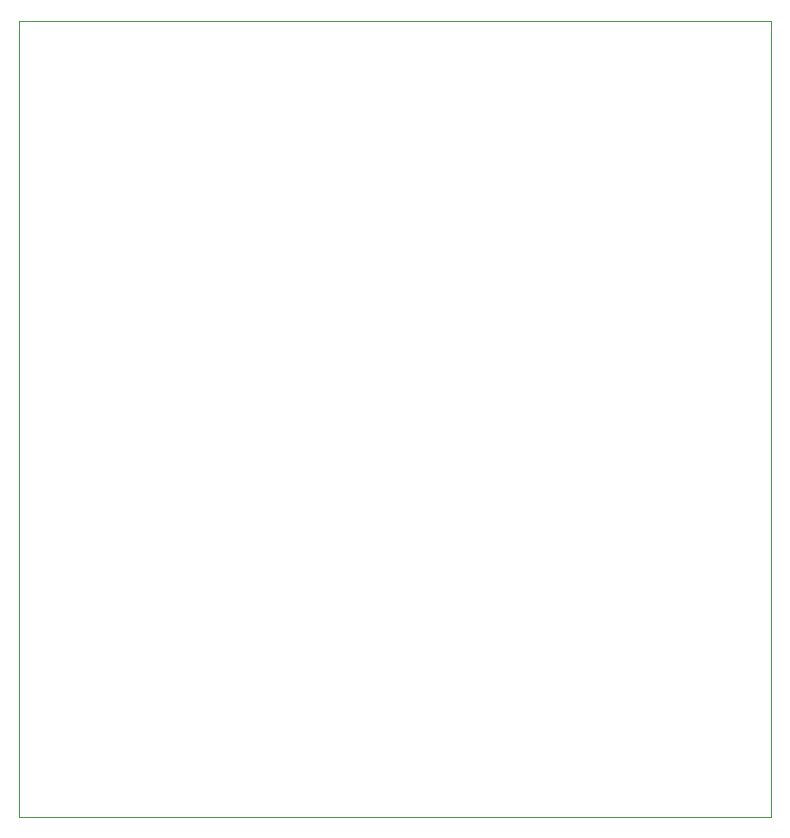
<source format=gko>
G04 (created by PCBNEW (2013-07-07 BZR 4022)-stable) date 6/4/2014 12:52:27 AM*
%MOIN*%
G04 Gerber Fmt 3.4, Leading zero omitted, Abs format*
%FSLAX34Y34*%
G01*
G70*
G90*
G04 APERTURE LIST*
%ADD10C,0.00590551*%
%ADD11C,0.00393701*%
G04 APERTURE END LIST*
G54D10*
G54D11*
X28720Y-58640D02*
X53760Y-58640D01*
X28720Y-32080D02*
X28720Y-58640D01*
X53760Y-32080D02*
X28720Y-32080D01*
X53760Y-58640D02*
X53760Y-32080D01*
M02*

</source>
